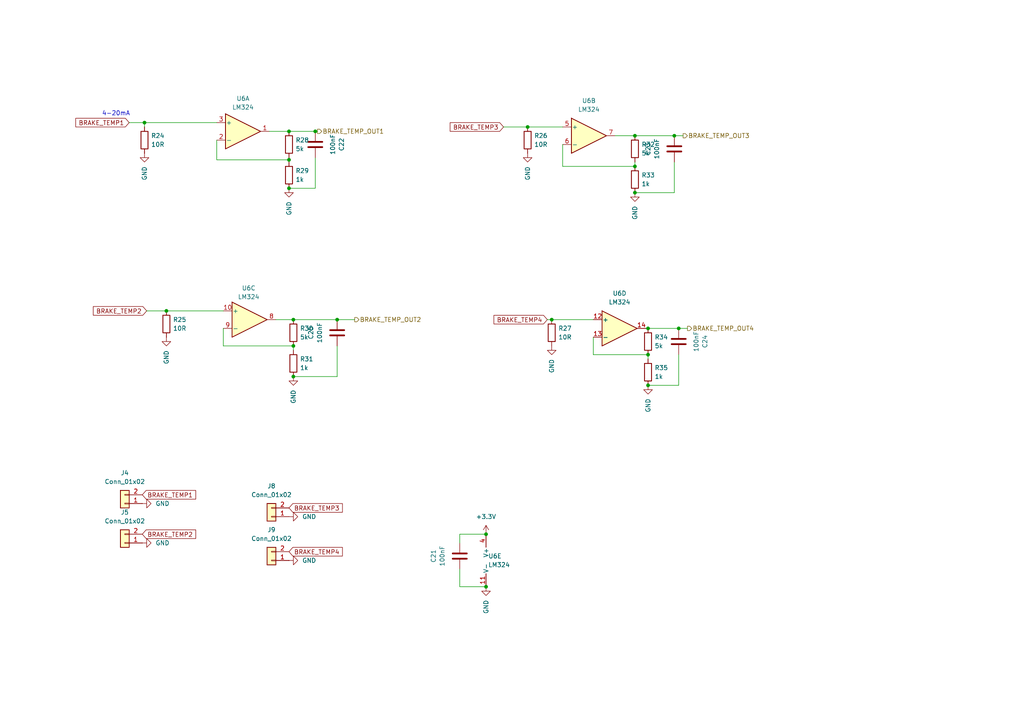
<source format=kicad_sch>
(kicad_sch (version 20231120) (generator "eeschema") (generator_version "8.0")
  (paper "A4")
  (lib_symbols
    (symbol "Amplifier_Operational:LM324" (pin_names (offset 0.127))
      (property "Reference" "U" (at 0 5.08 0))
      (property "Value" "LM324" (at 0 -5.08 0))
      (symbol "LM324_1_1"
        (polyline (pts (xy -5.08 5.08) (xy 5.08 0) (xy -5.08 -5.08) (xy -5.08 5.08)) (stroke (width 0.254)) (fill (type background)))
        (pin output line (at 7.62 0 180) (length 2.54) (name "~") (number "1"))
        (pin input line (at -7.62 -2.54 0) (length 2.54) (name "-") (number "2"))
        (pin input line (at -7.62 2.54 0) (length 2.54) (name "+") (number "3"))
      )
      (symbol "LM324_2_1"
        (polyline (pts (xy -5.08 5.08) (xy 5.08 0) (xy -5.08 -5.08) (xy -5.08 5.08)) (stroke (width 0.254)) (fill (type background)))
        (pin input line (at -7.62 2.54 0) (length 2.54) (name "+") (number "5"))
        (pin input line (at -7.62 -2.54 0) (length 2.54) (name "-") (number "6"))
        (pin output line (at 7.62 0 180) (length 2.54) (name "~") (number "7"))
      )
      (symbol "LM324_3_1"
        (polyline (pts (xy -5.08 5.08) (xy 5.08 0) (xy -5.08 -5.08) (xy -5.08 5.08)) (stroke (width 0.254)) (fill (type background)))
        (pin input line (at -7.62 2.54 0) (length 2.54) (name "+") (number "10"))
        (pin output line (at 7.62 0 180) (length 2.54) (name "~") (number "8"))
        (pin input line (at -7.62 -2.54 0) (length 2.54) (name "-") (number "9"))
      )
      (symbol "LM324_4_1"
        (polyline (pts (xy -5.08 5.08) (xy 5.08 0) (xy -5.08 -5.08) (xy -5.08 5.08)) (stroke (width 0.254)) (fill (type background)))
        (pin input line (at -7.62 2.54 0) (length 2.54) (name "+") (number "12"))
        (pin input line (at -7.62 -2.54 0) (length 2.54) (name "-") (number "13"))
        (pin output line (at 7.62 0 180) (length 2.54) (name "~") (number "14"))
      )
      (symbol "LM324_5_1"
        (pin power_in line (at -2.54 -7.62 90) (length 3.81) (name "V-") (number "11"))
        (pin power_in line (at -2.54 7.62 270) (length 3.81) (name "V+") (number "4"))
      )
    )
    (symbol "Connector_Generic:Conn_01x02" (pin_names (offset 1.016) hide)
      (property "Reference" "J" (at 0 2.54 0))
      (property "Value" "Conn_01x02" (at 0 -5.08 0))
      (symbol "Conn_01x02_1_1"
        (rectangle (start -1.27 -2.413) (end 0 -2.667) (stroke (width 0.1524)))
        (rectangle (start -1.27 0.127) (end 0 -0.127) (stroke (width 0.1524)))
        (rectangle (start -1.27 1.27) (end 1.27 -3.81) (stroke (width 0.254)) (fill (type background)))
        (pin passive line (at -5.08 0 0) (length 3.81) (name "Pin_1") (number "1"))
        (pin passive line (at -5.08 -2.54 0) (length 3.81) (name "Pin_2") (number "2"))
      )
    )
    (symbol "Device:C" (pin_numbers hide) (pin_names (offset 0.254))
      (property "Reference" "C" (at 0.635 2.54 0))
      (property "Value" "C" (at 0.635 -2.54 0))
      (symbol "C_0_1"
        (polyline (pts (xy -2.032 -0.762) (xy 2.032 -0.762)) (stroke (width 0.508)))
        (polyline (pts (xy -2.032 0.762) (xy 2.032 0.762)) (stroke (width 0.508)))
      )
      (symbol "C_1_1"
        (pin passive line (at 0 3.81 270) (length 2.794) (name "~") (number "1"))
        (pin passive line (at 0 -3.81 90) (length 2.794) (name "~") (number "2"))
      )
    )
    (symbol "Device:R" (pin_numbers hide) (pin_names (offset 0))
      (property "Reference" "R" (at 2.032 0 90))
      (property "Value" "R" (at 0 0 90))
      (symbol "R_0_1"
        (rectangle (start -1.016 -2.54) (end 1.016 2.54) (stroke (width 0.254)))
      )
      (symbol "R_1_1"
        (pin passive line (at 0 3.81 270) (length 1.27) (name "~") (number "1"))
        (pin passive line (at 0 -3.81 90) (length 1.27) (name "~") (number "2"))
      )
    )
    (symbol "power:+3.3V" (power) (pin_numbers hide) (pin_names (offset 0) hide)
      (property "Value" "+3.3V" (at 0 3.556 0))
      (symbol "+3.3V_0_1"
        (polyline (pts (xy -0.762 1.27) (xy 0 2.54)))
        (polyline (pts (xy 0 0) (xy 0 2.54)))
        (polyline (pts (xy 0 2.54) (xy 0.762 1.27)))
      )
      (symbol "+3.3V_1_1"
        (pin power_in line (at 0 0 90) (length 0) (name "~") (number "1"))
      )
    )
    (symbol "power:GND" (power) (pin_numbers hide) (pin_names (offset 0) hide)
      (property "Value" "GND" (at 0 -3.81 0))
      (symbol "GND_0_1"
        (polyline (pts (xy 0 0) (xy 0 -1.27) (xy 1.27 -1.27) (xy 0 -2.54) (xy -1.27 -1.27) (xy 0 -1.27)))
      )
      (symbol "GND_1_1"
        (pin power_in line (at 0 0 270) (length 0) (name "~") (number "1"))
      )
    )
  )
  (junction (at 153.035 36.83))
  (junction (at 91.44 38.1))
  (junction (at 140.97 154.94))
  (junction (at 83.82 38.1))
  (junction (at 195.58 39.37))
  (junction (at 160.02 92.71))
  (junction (at 83.82 46.355))
  (junction (at 184.15 48.26))
  (junction (at 187.96 111.76))
  (junction (at 85.09 100.33))
  (junction (at 85.09 92.71))
  (junction (at 85.09 109.22))
  (junction (at 41.91 35.56))
  (junction (at 196.85 95.25))
  (junction (at 187.96 95.25))
  (junction (at 48.26 90.17))
  (junction (at 187.96 102.87))
  (junction (at 140.97 170.18))
  (junction (at 184.15 39.37))
  (junction (at 97.79 92.71))
  (junction (at 83.82 54.61))
  (junction (at 184.15 55.88))
  (wire (pts (xy 48.26 90.17) (xy 64.77 90.17)))
  (wire (pts (xy 184.15 39.37) (xy 178.435 39.37)))
  (wire (pts (xy 41.91 35.56) (xy 37.465 35.56)))
  (wire (pts (xy 83.82 46.99) (xy 83.82 46.355)))
  (wire (pts (xy 83.82 38.1) (xy 78.105 38.1)))
  (wire (pts (xy 91.44 45.72) (xy 91.44 54.61)))
  (wire (pts (xy 91.44 54.61) (xy 83.82 54.61)))
  (wire (pts (xy 160.02 92.71) (xy 172.085 92.71)))
  (wire (pts (xy 195.58 46.99) (xy 195.58 55.88)))
  (wire (pts (xy 133.35 154.94) (xy 140.97 154.94)))
  (wire (pts (xy 133.35 170.18) (xy 140.97 170.18)))
  (wire (pts (xy 42.545 90.17) (xy 48.26 90.17)))
  (wire (pts (xy 172.085 102.87) (xy 172.085 97.79)))
  (wire (pts (xy 187.96 102.87) (xy 187.96 104.14)))
  (wire (pts (xy 133.35 157.48) (xy 133.35 154.94)))
  (wire (pts (xy 184.15 48.26) (xy 184.15 46.99)))
  (wire (pts (xy 41.91 36.83) (xy 41.91 35.56)))
  (wire (pts (xy 146.05 36.83) (xy 153.035 36.83)))
  (wire (pts (xy 153.035 36.83) (xy 163.195 36.83)))
  (wire (pts (xy 133.35 165.1) (xy 133.35 170.18)))
  (wire (pts (xy 97.79 92.71) (xy 85.09 92.71)))
  (wire (pts (xy 97.79 109.22) (xy 85.09 109.22)))
  (wire (pts (xy 198.12 39.37) (xy 195.58 39.37)))
  (wire (pts (xy 85.09 100.33) (xy 85.09 101.6)))
  (wire (pts (xy 92.075 38.1) (xy 91.44 38.1)))
  (wire (pts (xy 62.865 40.64) (xy 62.865 46.355)))
  (wire (pts (xy 83.82 45.72) (xy 83.82 46.355)))
  (wire (pts (xy 85.09 100.33) (xy 64.77 100.33)))
  (wire (pts (xy 41.91 35.56) (xy 62.865 35.56)))
  (wire (pts (xy 64.77 100.33) (xy 64.77 95.25)))
  (wire (pts (xy 97.79 100.33) (xy 97.79 109.22)))
  (wire (pts (xy 196.85 102.87) (xy 196.85 111.76)))
  (wire (pts (xy 62.865 46.355) (xy 83.82 46.355)))
  (wire (pts (xy 158.75 92.71) (xy 160.02 92.71)))
  (wire (pts (xy 91.44 38.1) (xy 83.82 38.1)))
  (wire (pts (xy 163.195 41.91) (xy 163.195 48.26)))
  (wire (pts (xy 85.09 92.71) (xy 80.01 92.71)))
  (wire (pts (xy 196.85 111.76) (xy 187.96 111.76)))
  (wire (pts (xy 187.96 102.87) (xy 172.085 102.87)))
  (wire (pts (xy 187.96 95.25) (xy 187.325 95.25)))
  (wire (pts (xy 199.39 95.25) (xy 196.85 95.25)))
  (wire (pts (xy 195.58 39.37) (xy 184.15 39.37)))
  (wire (pts (xy 195.58 55.88) (xy 184.15 55.88)))
  (wire (pts (xy 163.195 48.26) (xy 184.15 48.26)))
  (wire (pts (xy 196.85 95.25) (xy 187.96 95.25)))
  (wire (pts (xy 102.87 92.71) (xy 97.79 92.71)))
  (text "4-20mA" (at 33.655 33.02 0) (effects (font (size 1.27 1.27))))
  (global_label "BRAKE_TEMP2" (shape input) (at 41.275 154.94 0) (property "Intersheetrefs" "${INTERSHEET_REFS}" (effects (hide yes))))
  (global_label "BRAKE_TEMP3" (shape input) (at 146.05 36.83 180) (property "Intersheetrefs" "${INTERSHEET_REFS}" (effects (hide yes))))
  (global_label "BRAKE_TEMP2" (shape input) (at 42.545 90.17 180) (property "Intersheetrefs" "${INTERSHEET_REFS}" (effects (hide yes))))
  (global_label "BRAKE_TEMP3" (shape input) (at 83.82 147.32 0) (property "Intersheetrefs" "${INTERSHEET_REFS}" (effects (hide yes))))
  (global_label "BRAKE_TEMP4" (shape input) (at 83.82 160.02 0) (property "Intersheetrefs" "${INTERSHEET_REFS}" (effects (hide yes))))
  (global_label "BRAKE_TEMP1" (shape input) (at 37.465 35.56 180) (property "Intersheetrefs" "${INTERSHEET_REFS}" (effects (hide yes))))
  (global_label "BRAKE_TEMP4" (shape input) (at 158.75 92.71 180) (property "Intersheetrefs" "${INTERSHEET_REFS}" (effects (hide yes))))
  (global_label "BRAKE_TEMP1" (shape input) (at 41.275 143.51 0) (property "Intersheetrefs" "${INTERSHEET_REFS}" (effects (hide yes))))
  (hierarchical_label "BRAKE_TEMP_OUT3" (shape output) (at 198.12 39.37 0))
  (hierarchical_label "BRAKE_TEMP_OUT1" (shape output) (at 92.075 38.1 0))
  (hierarchical_label "BRAKE_TEMP_OUT4" (shape output) (at 199.39 95.25 0))
  (hierarchical_label "BRAKE_TEMP_OUT2" (shape output) (at 102.87 92.71 0))
  (symbol (lib_id "power:GND") (at 184.15 55.88 0) (unit 1)
    (property "Reference" "#PWR070" (effects (hide yes)))
    (property "Value" "GND" (at 184.1501 59.69 90) (effects (justify right)))
    (property "Description" "Power symbol creates a global label with name \"GND\" , ground" (effects (hide yes)))
  )
  (symbol (lib_id "Amplifier_Operational:LM324") (at 70.485 38.1 0) (unit 1)
    (property "Reference" "U6" (at 70.485 28.575 0))
    (property "Value" "LM324" (at 70.485 31.115 0))
    (property "Footprint" "RMC_SO:SOIC127P600X175-14N" (effects (hide yes)))
    (property "Datasheet" "http://www.ti.com/lit/ds/symlink/lm2902-n.pdf" (effects (hide yes)))
    (property "Description" "Low-Power, Quad-Operational Amplifiers, DIP-14/SOIC-14/SSOP-14" (effects (hide yes)))
  )
  (symbol (lib_id "Device:R") (at 85.09 96.52 180) (unit 1)
    (property "Reference" "R30" (at 86.995 95.25 0) (effects (justify right)))
    (property "Value" "5k" (at 86.995 97.79 0) (effects (justify right)))
    (property "Footprint" "RMC_Resistor:R_0805_2012Metric_Pad1.20x1.40mm_HandSolder_L" (effects (hide yes)))
    (property "Description" "Resistor" (effects (hide yes)))
  )
  (symbol (lib_id "Device:C") (at 97.79 96.52 0) (unit 1)
    (property "Reference" "C25" (at 90.17 96.52 90))
    (property "Value" "100nF" (at 92.71 96.52 90))
    (property "Footprint" "RMC_Capacitor:C_0805_2012Metric_Pad1.18x1.45mm_HandSolder_L" (effects (hide yes)))
    (property "Description" "Unpolarized capacitor" (effects (hide yes)))
  )
  (symbol (lib_id "power:+3.3V") (at 140.97 154.94 0) (unit 1)
    (property "Reference" "#PWR066" (effects (hide yes)))
    (property "Value" "+3.3V" (at 140.97 149.86 0))
    (property "Description" "Power symbol creates a global label with name \"+3.3V\"" (effects (hide yes)))
  )
  (symbol (lib_id "Amplifier_Operational:LM324") (at 179.705 95.25 0) (unit 4)
    (property "Reference" "U6" (at 179.705 85.09 0))
    (property "Value" "LM324" (at 179.705 87.63 0))
    (property "Footprint" "RMC_SO:SOIC127P600X175-14N" (effects (hide yes)))
    (property "Datasheet" "http://www.ti.com/lit/ds/symlink/lm2902-n.pdf" (effects (hide yes)))
    (property "Description" "Low-Power, Quad-Operational Amplifiers, DIP-14/SOIC-14/SSOP-14" (effects (hide yes)))
  )
  (symbol (lib_id "Device:R") (at 48.26 93.98 180) (unit 1)
    (property "Reference" "R25" (at 50.165 92.71 0) (effects (justify right)))
    (property "Value" "10R" (at 50.165 95.25 0) (effects (justify right)))
    (property "Footprint" "RMC_Resistor:R_1206_3216Metric_Pad1.30x1.75mm_HandSolder_RMC" (effects (hide yes)))
    (property "Description" "Resistor" (effects (hide yes)))
  )
  (symbol (lib_id "power:GND") (at 160.02 100.33 0) (unit 1)
    (property "Reference" "#PWR065" (effects (hide yes)))
    (property "Value" "GND" (at 160.0201 104.14 90) (effects (justify right)))
    (property "Description" "Power symbol creates a global label with name \"GND\" , ground" (effects (hide yes)))
  )
  (symbol (lib_id "power:GND") (at 83.82 162.56 90) (unit 1)
    (property "Reference" "#PWR061" (effects (hide yes)))
    (property "Value" "GND" (at 87.63 162.5599 90) (effects (justify right)))
    (property "Description" "Power symbol creates a global label with name \"GND\" , ground" (effects (hide yes)))
  )
  (symbol (lib_id "power:GND") (at 153.035 44.45 0) (unit 1)
    (property "Reference" "#PWR064" (effects (hide yes)))
    (property "Value" "GND" (at 153.0351 48.26 90) (effects (justify right)))
    (property "Description" "Power symbol creates a global label with name \"GND\" , ground" (effects (hide yes)))
  )
  (symbol (lib_id "power:GND") (at 41.275 146.05 90) (unit 1)
    (property "Reference" "#PWR010" (effects (hide yes)))
    (property "Value" "GND" (at 45.085 146.0499 90) (effects (justify right)))
    (property "Description" "Power symbol creates a global label with name \"GND\" , ground" (effects (hide yes)))
  )
  (symbol (lib_id "Amplifier_Operational:LM324") (at 143.51 162.56 0) (unit 5)
    (property "Reference" "U6" (at 141.605 161.2899 0) (effects (justify left)))
    (property "Value" "LM324" (at 141.605 163.8299 0) (effects (justify left)))
    (property "Footprint" "RMC_SO:SOIC127P600X175-14N" (effects (hide yes)))
    (property "Datasheet" "http://www.ti.com/lit/ds/symlink/lm2902-n.pdf" (effects (hide yes)))
    (property "Description" "Low-Power, Quad-Operational Amplifiers, DIP-14/SOIC-14/SSOP-14" (effects (hide yes)))
  )
  (symbol (lib_id "Device:R") (at 160.02 96.52 180) (unit 1)
    (property "Reference" "R27" (at 161.925 95.25 0) (effects (justify right)))
    (property "Value" "10R" (at 161.925 97.79 0) (effects (justify right)))
    (property "Footprint" "RMC_Resistor:R_1206_3216Metric_Pad1.30x1.75mm_HandSolder_RMC" (effects (hide yes)))
    (property "Description" "Resistor" (effects (hide yes)))
  )
  (symbol (lib_id "power:GND") (at 140.97 170.18 0) (unit 1)
    (property "Reference" "#PWR067" (effects (hide yes)))
    (property "Value" "GND" (at 140.9701 173.99 90) (effects (justify right)))
    (property "Description" "Power symbol creates a global label with name \"GND\" , ground" (effects (hide yes)))
  )
  (symbol (lib_id "Device:R") (at 83.82 50.8 180) (unit 1)
    (property "Reference" "R29" (at 85.725 49.53 0) (effects (justify right)))
    (property "Value" "1k" (at 85.725 52.07 0) (effects (justify right)))
    (property "Footprint" "RMC_Resistor:R_0805_2012Metric_Pad1.20x1.40mm_HandSolder_L" (effects (hide yes)))
    (property "Description" "Resistor" (effects (hide yes)))
  )
  (symbol (lib_id "Amplifier_Operational:LM324") (at 72.39 92.71 0) (unit 3)
    (property "Reference" "U6" (at 72.136 83.566 0))
    (property "Value" "LM324" (at 72.136 86.106 0))
    (property "Footprint" "RMC_SO:SOIC127P600X175-14N" (effects (hide yes)))
    (property "Datasheet" "http://www.ti.com/lit/ds/symlink/lm2902-n.pdf" (effects (hide yes)))
    (property "Description" "Low-Power, Quad-Operational Amplifiers, DIP-14/SOIC-14/SSOP-14" (effects (hide yes)))
  )
  (symbol (lib_id "power:GND") (at 187.96 111.76 0) (unit 1)
    (property "Reference" "#PWR071" (effects (hide yes)))
    (property "Value" "GND" (at 187.9601 115.57 90) (effects (justify right)))
    (property "Description" "Power symbol creates a global label with name \"GND\" , ground" (effects (hide yes)))
  )
  (symbol (lib_id "Device:R") (at 184.15 43.18 180) (unit 1)
    (property "Reference" "R32" (at 186.055 41.91 0) (effects (justify right)))
    (property "Value" "5k" (at 186.055 44.45 0) (effects (justify right)))
    (property "Footprint" "RMC_Resistor:R_0805_2012Metric_Pad1.20x1.40mm_HandSolder_L" (effects (hide yes)))
    (property "Description" "Resistor" (effects (hide yes)))
  )
  (symbol (lib_id "Device:R") (at 187.96 99.06 180) (unit 1)
    (property "Reference" "R34" (at 189.865 97.79 0) (effects (justify right)))
    (property "Value" "5k" (at 189.865 100.33 0) (effects (justify right)))
    (property "Footprint" "RMC_Resistor:R_0805_2012Metric_Pad1.20x1.40mm_HandSolder_L" (effects (hide yes)))
    (property "Description" "Resistor" (effects (hide yes)))
  )
  (symbol (lib_id "power:GND") (at 48.26 97.79 0) (unit 1)
    (property "Reference" "#PWR063" (effects (hide yes)))
    (property "Value" "GND" (at 48.2601 101.6 90) (effects (justify right)))
    (property "Description" "Power symbol creates a global label with name \"GND\" , ground" (effects (hide yes)))
  )
  (symbol (lib_id "Amplifier_Operational:LM324") (at 170.815 39.37 0) (unit 2)
    (property "Reference" "U6" (at 170.815 29.21 0))
    (property "Value" "LM324" (at 170.815 31.75 0))
    (property "Footprint" "RMC_SO:SOIC127P600X175-14N" (effects (hide yes)))
    (property "Datasheet" "http://www.ti.com/lit/ds/symlink/lm2902-n.pdf" (effects (hide yes)))
    (property "Description" "Low-Power, Quad-Operational Amplifiers, DIP-14/SOIC-14/SSOP-14" (effects (hide yes)))
  )
  (symbol (lib_id "Device:R") (at 187.96 107.95 180) (unit 1)
    (property "Reference" "R35" (at 189.865 106.68 0) (effects (justify right)))
    (property "Value" "1k" (at 189.865 109.22 0) (effects (justify right)))
    (property "Footprint" "RMC_Resistor:R_0805_2012Metric_Pad1.20x1.40mm_HandSolder_L" (effects (hide yes)))
    (property "Description" "Resistor" (effects (hide yes)))
  )
  (symbol (lib_id "Device:C") (at 195.58 43.18 0) (unit 1)
    (property "Reference" "C23" (at 187.96 43.18 90))
    (property "Value" "100nF" (at 190.5 43.18 90))
    (property "Footprint" "RMC_Capacitor:C_0805_2012Metric_Pad1.18x1.45mm_HandSolder_L" (effects (hide yes)))
    (property "Description" "Unpolarized capacitor" (effects (hide yes)))
  )
  (symbol (lib_id "Device:C") (at 91.44 41.91 0) (mirror y) (unit 1)
    (property "Reference" "C22" (at 99.06 41.91 90))
    (property "Value" "100nF" (at 96.52 41.91 90))
    (property "Footprint" "RMC_Capacitor:C_0805_2012Metric_Pad1.18x1.45mm_HandSolder_L" (effects (hide yes)))
    (property "Description" "Unpolarized capacitor" (effects (hide yes)))
  )
  (symbol (lib_id "Device:R") (at 153.035 40.64 180) (unit 1)
    (property "Reference" "R26" (at 154.94 39.37 0) (effects (justify right)))
    (property "Value" "10R" (at 154.94 41.91 0) (effects (justify right)))
    (property "Footprint" "RMC_Resistor:R_1206_3216Metric_Pad1.30x1.75mm_HandSolder_RMC" (effects (hide yes)))
    (property "Description" "Resistor" (effects (hide yes)))
  )
  (symbol (lib_id "power:GND") (at 85.09 109.22 0) (unit 1)
    (property "Reference" "#PWR069" (effects (hide yes)))
    (property "Value" "GND" (at 85.0901 113.03 90) (effects (justify right)))
    (property "Description" "Power symbol creates a global label with name \"GND\" , ground" (effects (hide yes)))
  )
  (symbol (lib_id "power:GND") (at 41.275 157.48 90) (unit 1)
    (property "Reference" "#PWR023" (effects (hide yes)))
    (property "Value" "GND" (at 45.085 157.4799 90) (effects (justify right)))
    (property "Description" "Power symbol creates a global label with name \"GND\" , ground" (effects (hide yes)))
  )
  (symbol (lib_id "Device:C") (at 196.85 99.06 0) (mirror y) (unit 1)
    (property "Reference" "C24" (at 204.47 99.06 90))
    (property "Value" "100nF" (at 201.93 99.06 90))
    (property "Footprint" "RMC_Capacitor:C_0805_2012Metric_Pad1.18x1.45mm_HandSolder_L" (effects (hide yes)))
    (property "Description" "Unpolarized capacitor" (effects (hide yes)))
  )
  (symbol (lib_id "Device:R") (at 85.09 105.41 180) (unit 1)
    (property "Reference" "R31" (at 86.995 104.14 0) (effects (justify right)))
    (property "Value" "1k" (at 86.995 106.68 0) (effects (justify right)))
    (property "Footprint" "RMC_Resistor:R_0805_2012Metric_Pad1.20x1.40mm_HandSolder_L" (effects (hide yes)))
    (property "Description" "Resistor" (effects (hide yes)))
  )
  (symbol (lib_id "power:GND") (at 83.82 54.61 0) (unit 1)
    (property "Reference" "#PWR068" (effects (hide yes)))
    (property "Value" "GND" (at 83.8201 58.42 90) (effects (justify right)))
    (property "Description" "Power symbol creates a global label with name \"GND\" , ground" (effects (hide yes)))
  )
  (symbol (lib_id "Connector_Generic:Conn_01x02") (at 36.195 146.05 180) (unit 1)
    (property "Reference" "J4" (at 36.195 137.16 0))
    (property "Value" "Conn_01x02" (at 36.195 139.7 0))
    (property "Footprint" "Connector_JST:JST_XH_B2B-XH-A_1x02_P2.50mm_Vertical" (effects (hide yes)))
    (property "Description" "Generic connector, single row, 01x02, script generated (kicad-library-utils/schlib/autogen/connector/)" (effects (hide yes)))
  )
  (symbol (lib_id "Device:R") (at 83.82 41.91 180) (unit 1)
    (property "Reference" "R28" (at 85.725 40.64 0) (effects (justify right)))
    (property "Value" "5k" (at 85.725 43.18 0) (effects (justify right)))
    (property "Footprint" "RMC_Resistor:R_0805_2012Metric_Pad1.20x1.40mm_HandSolder_L" (effects (hide yes)))
    (property "Description" "Resistor" (effects (hide yes)))
  )
  (symbol (lib_id "Connector_Generic:Conn_01x02") (at 78.74 162.56 180) (unit 1)
    (property "Reference" "J9" (at 78.74 153.67 0))
    (property "Value" "Conn_01x02" (at 78.74 156.21 0))
    (property "Footprint" "Connector_JST:JST_XH_B2B-XH-A_1x02_P2.50mm_Vertical" (effects (hide yes)))
    (property "Description" "Generic connector, single row, 01x02, script generated (kicad-library-utils/schlib/autogen/connector/)" (effects (hide yes)))
  )
  (symbol (lib_id "Connector_Generic:Conn_01x02") (at 36.195 157.48 180) (unit 1)
    (property "Reference" "J5" (at 36.195 148.59 0))
    (property "Value" "Conn_01x02" (at 36.195 151.13 0))
    (property "Footprint" "Connector_JST:JST_XH_B2B-XH-A_1x02_P2.50mm_Vertical" (effects (hide yes)))
    (property "Description" "Generic connector, single row, 01x02, script generated (kicad-library-utils/schlib/autogen/connector/)" (effects (hide yes)))
  )
  (symbol (lib_id "Device:R") (at 41.91 40.64 180) (unit 1)
    (property "Reference" "R24" (at 43.815 39.37 0) (effects (justify right)))
    (property "Value" "10R" (at 43.815 41.91 0) (effects (justify right)))
    (property "Footprint" "RMC_Resistor:R_1206_3216Metric_Pad1.30x1.75mm_HandSolder_RMC" (effects (hide yes)))
    (property "Description" "Resistor" (effects (hide yes)))
  )
  (symbol (lib_id "power:GND") (at 41.91 44.45 0) (unit 1)
    (property "Reference" "#PWR062" (effects (hide yes)))
    (property "Value" "GND" (at 41.9101 48.26 90) (effects (justify right)))
    (property "Description" "Power symbol creates a global label with name \"GND\" , ground" (effects (hide yes)))
  )
  (symbol (lib_id "Device:C") (at 133.35 161.29 0) (unit 1)
    (property "Reference" "C21" (at 125.73 161.29 90))
    (property "Value" "100nF" (at 128.27 161.29 90))
    (property "Footprint" "RMC_Capacitor:C_0805_2012Metric_Pad1.18x1.45mm_HandSolder_L" (effects (hide yes)))
    (property "Description" "Unpolarized capacitor" (effects (hide yes)))
  )
  (symbol (lib_id "power:GND") (at 83.82 149.86 90) (unit 1)
    (property "Reference" "#PWR024" (effects (hide yes)))
    (property "Value" "GND" (at 87.63 149.8599 90) (effects (justify right)))
    (property "Description" "Power symbol creates a global label with name \"GND\" , ground" (effects (hide yes)))
  )
  (symbol (lib_id "Device:R") (at 184.15 52.07 180) (unit 1)
    (property "Reference" "R33" (at 186.055 50.8 0) (effects (justify right)))
    (property "Value" "1k" (at 186.055 53.34 0) (effects (justify right)))
    (property "Footprint" "RMC_Resistor:R_0805_2012Metric_Pad1.20x1.40mm_HandSolder_L" (effects (hide yes)))
    (property "Description" "Resistor" (effects (hide yes)))
  )
  (symbol (lib_id "Connector_Generic:Conn_01x02") (at 78.74 149.86 180) (unit 1)
    (property "Reference" "J8" (at 78.74 140.97 0))
    (property "Value" "Conn_01x02" (at 78.74 143.51 0))
    (property "Footprint" "Connector_JST:JST_XH_B2B-XH-A_1x02_P2.50mm_Vertical" (effects (hide yes)))
    (property "Description" "Generic connector, single row, 01x02, script generated (kicad-library-utils/schlib/autogen/connector/)" (effects (hide yes)))
  )
)
</source>
